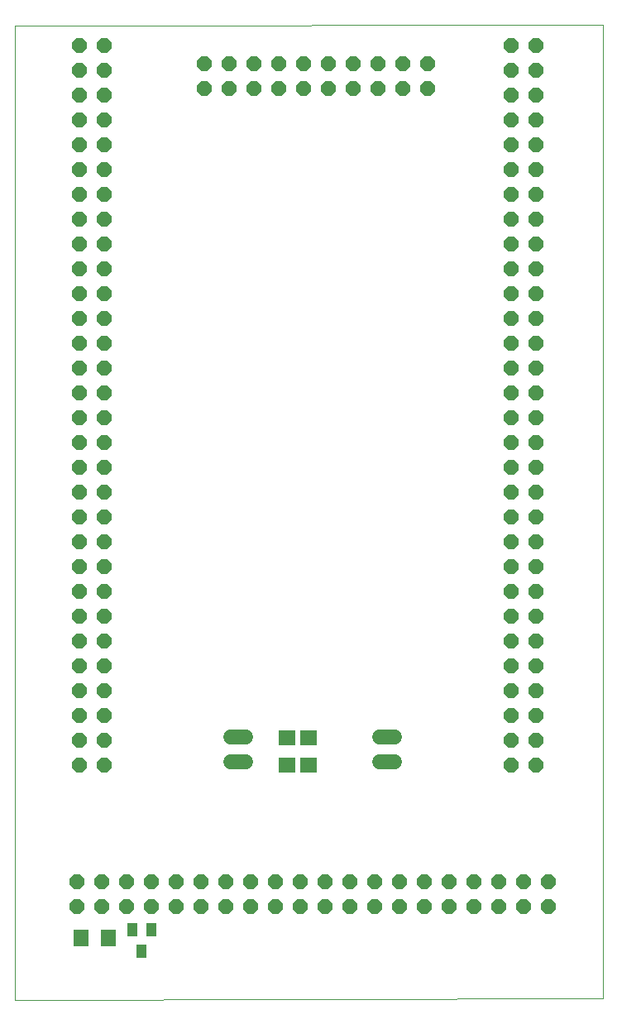
<source format=gbs>
G75*
%MOIN*%
%OFA0B0*%
%FSLAX25Y25*%
%IPPOS*%
%LPD*%
%AMOC8*
5,1,8,0,0,1.08239X$1,22.5*
%
%ADD10C,0.00000*%
%ADD11R,0.07087X0.06299*%
%ADD12C,0.06000*%
%ADD13OC8,0.06000*%
%ADD14R,0.06299X0.07098*%
%ADD15R,0.03937X0.05512*%
D10*
X0001739Y0002810D02*
X0001739Y0395311D01*
X0238660Y0395811D01*
X0238660Y0003310D01*
X0001739Y0002810D01*
D11*
X0111564Y0097430D03*
X0120064Y0097430D03*
X0120064Y0108454D03*
X0111564Y0108454D03*
D12*
X0094721Y0108532D02*
X0088721Y0108532D01*
X0088721Y0098532D02*
X0094721Y0098532D01*
X0148682Y0098532D02*
X0154682Y0098532D01*
X0154682Y0108532D02*
X0148682Y0108532D01*
D13*
X0146839Y0050410D03*
X0146839Y0040410D03*
X0136839Y0040410D03*
X0136839Y0050410D03*
X0126839Y0050410D03*
X0126839Y0040410D03*
X0116839Y0040410D03*
X0116839Y0050410D03*
X0106839Y0050410D03*
X0106839Y0040410D03*
X0096839Y0040410D03*
X0096839Y0050410D03*
X0086839Y0050410D03*
X0086839Y0040410D03*
X0076839Y0040410D03*
X0076839Y0050410D03*
X0066839Y0050410D03*
X0066839Y0040410D03*
X0056839Y0040410D03*
X0056839Y0050410D03*
X0046839Y0050410D03*
X0046839Y0040410D03*
X0036839Y0040410D03*
X0036839Y0050410D03*
X0026839Y0050410D03*
X0026839Y0040410D03*
X0027784Y0097312D03*
X0027784Y0107312D03*
X0027784Y0117312D03*
X0027784Y0127312D03*
X0027784Y0137312D03*
X0027784Y0147312D03*
X0027784Y0157312D03*
X0027784Y0167312D03*
X0027784Y0177312D03*
X0027784Y0187312D03*
X0027784Y0197312D03*
X0027784Y0207312D03*
X0027784Y0217312D03*
X0027784Y0227312D03*
X0027784Y0237312D03*
X0027784Y0247312D03*
X0027784Y0257312D03*
X0027784Y0267312D03*
X0027784Y0277312D03*
X0027784Y0287312D03*
X0027784Y0297312D03*
X0027784Y0307312D03*
X0027784Y0317312D03*
X0027784Y0327312D03*
X0027784Y0337312D03*
X0027784Y0347312D03*
X0027784Y0357312D03*
X0027784Y0367312D03*
X0027784Y0377312D03*
X0027784Y0387312D03*
X0037784Y0387312D03*
X0037784Y0377312D03*
X0037784Y0367312D03*
X0037784Y0357312D03*
X0037784Y0347312D03*
X0037784Y0337312D03*
X0037784Y0327312D03*
X0037784Y0317312D03*
X0037784Y0307312D03*
X0037784Y0297312D03*
X0037784Y0287312D03*
X0037784Y0277312D03*
X0037784Y0267312D03*
X0037784Y0257312D03*
X0037784Y0247312D03*
X0037784Y0237312D03*
X0037784Y0227312D03*
X0037784Y0217312D03*
X0037784Y0207312D03*
X0037784Y0197312D03*
X0037784Y0187312D03*
X0037784Y0177312D03*
X0037784Y0167312D03*
X0037784Y0157312D03*
X0037784Y0147312D03*
X0037784Y0137312D03*
X0037784Y0127312D03*
X0037784Y0117312D03*
X0037784Y0107312D03*
X0037784Y0097312D03*
X0156839Y0050410D03*
X0156839Y0040410D03*
X0166839Y0040410D03*
X0166839Y0050410D03*
X0176839Y0050410D03*
X0176839Y0040410D03*
X0186839Y0040410D03*
X0186839Y0050410D03*
X0196839Y0050410D03*
X0196839Y0040410D03*
X0206839Y0040410D03*
X0206839Y0050410D03*
X0216839Y0050410D03*
X0216839Y0040410D03*
X0211957Y0097312D03*
X0211957Y0107312D03*
X0211957Y0117312D03*
X0211957Y0127312D03*
X0211957Y0137312D03*
X0211957Y0147312D03*
X0211957Y0157312D03*
X0211957Y0167312D03*
X0211957Y0177312D03*
X0211957Y0187312D03*
X0211957Y0197312D03*
X0211957Y0207312D03*
X0211957Y0217312D03*
X0211957Y0227312D03*
X0211957Y0237312D03*
X0211957Y0247312D03*
X0211957Y0257312D03*
X0211957Y0267312D03*
X0211957Y0277312D03*
X0211957Y0287312D03*
X0211957Y0297312D03*
X0211957Y0307312D03*
X0211957Y0317312D03*
X0211957Y0327312D03*
X0211957Y0337312D03*
X0211957Y0347312D03*
X0211957Y0357312D03*
X0211957Y0367312D03*
X0211957Y0377312D03*
X0211957Y0387312D03*
X0201957Y0387312D03*
X0201957Y0377312D03*
X0201957Y0367312D03*
X0201957Y0357312D03*
X0201957Y0347312D03*
X0201957Y0337312D03*
X0201957Y0327312D03*
X0201957Y0317312D03*
X0201957Y0307312D03*
X0201957Y0297312D03*
X0201957Y0287312D03*
X0201957Y0277312D03*
X0201957Y0267312D03*
X0201957Y0257312D03*
X0201957Y0247312D03*
X0201957Y0237312D03*
X0201957Y0227312D03*
X0201957Y0217312D03*
X0201957Y0207312D03*
X0201957Y0197312D03*
X0201957Y0187312D03*
X0201957Y0177312D03*
X0201957Y0167312D03*
X0201957Y0157312D03*
X0201957Y0147312D03*
X0201957Y0137312D03*
X0201957Y0127312D03*
X0201957Y0117312D03*
X0201957Y0107312D03*
X0201957Y0097312D03*
X0168139Y0369910D03*
X0168139Y0379910D03*
X0158139Y0379910D03*
X0158139Y0369910D03*
X0148139Y0369910D03*
X0148139Y0379910D03*
X0138139Y0379910D03*
X0138139Y0369910D03*
X0128139Y0369910D03*
X0128139Y0379910D03*
X0118139Y0379910D03*
X0118139Y0369910D03*
X0108139Y0369910D03*
X0108139Y0379910D03*
X0098139Y0379910D03*
X0098139Y0369910D03*
X0088139Y0369910D03*
X0088139Y0379910D03*
X0078139Y0379910D03*
X0078139Y0369910D03*
D14*
X0039637Y0027510D03*
X0028440Y0027510D03*
D15*
X0049198Y0030841D03*
X0052939Y0022180D03*
X0056679Y0030841D03*
M02*

</source>
